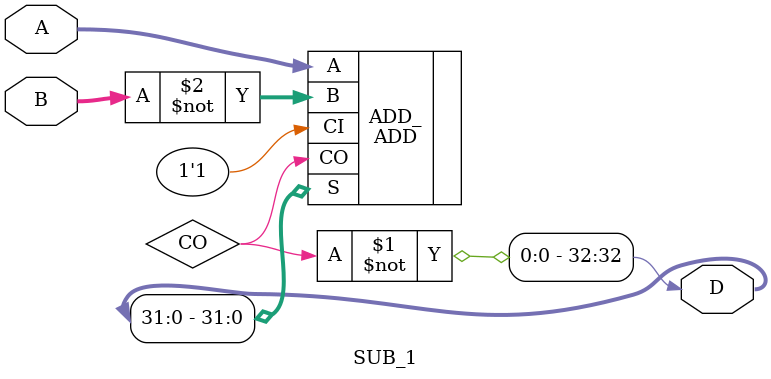
<source format=v>
module taxicab_distance #(parameter N = 32)(
	input [N-1:0] x1, y1, x2, y2,
	output [N+1:0] dist
);

wire signed [N:0] dist_x12, dist_x21, dist_xabs, dist_y12, dist_y21, dist_yabs;

/*SUB_1 #(.N(N)) diff_x12 (.A(x1), .B(x2), .S(dist_x12[N-1:0]), .CO(dist_x12[N]));
SUB_1 #(.N(N)) diff_x21 (.A(x2), .B(x1), .S(dist_x21[N-1:0]), .CO(dist_x21[N]));*/

SUB_1 #(.N(N)) diff_x12 (.A(x1), .B(x2), .D(dist_x12));
SUB_1 #(.N(N)) diff_x21 (.A(x2), .B(x1), .D(dist_x21));

MUX #(.N(N+1)) abs_x (.A(dist_x12), .B(dist_x21), .S(dist_x12[N]), .O(dist_xabs));

/*SUB_1 #(.N(N)) diff_y12 (.A(y1), .B(y2), .S(dist_y12[N-1:0]), .CO(dist_y12[N]));
SUB_1 #(.N(N)) diff_y21 (.A(y2), .B(y1), .S(dist_y21[N-1:0]), .CO(dist_y21[N]));*/

SUB_1 #(.N(N)) diff_y12 (.A(y1), .B(y2), .D(dist_y12));
SUB_1 #(.N(N)) diff_y21 (.A(y2), .B(y1), .D(dist_y21));

MUX #(.N(N+1)) abs_y (.A(dist_y12), .B(dist_y21), .S(dist_y12[N]), .O(dist_yabs));

ADD #(.N(N+1))t_d (.A(dist_xabs), .B(dist_yabs), .CI(1'b0), .S(dist[N:0]), .CO(dist[N+1]));

endmodule 

module SUB_1 #(parameter N = 32)(
	input [N-1:0] A, B,
	output [N:0] D
);

wire CO;
assign D[N] = ~CO;

ADD
#(
	.N(N)
)
ADD_
(
	.A(A),
	.B(~B),
	.CI(1'b1),
	.S(D[N-1:0]), 
	.CO(CO)
);

endmodule 
</source>
